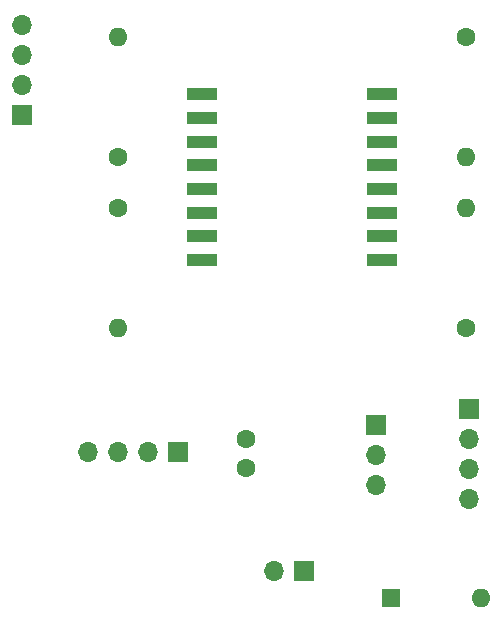
<source format=gbr>
%TF.GenerationSoftware,KiCad,Pcbnew,(5.1.7)-1*%
%TF.CreationDate,2020-11-12T19:53:12+01:00*%
%TF.ProjectId,feinstaub,6665696e-7374-4617-9562-2e6b69636164,rev?*%
%TF.SameCoordinates,Original*%
%TF.FileFunction,Soldermask,Top*%
%TF.FilePolarity,Negative*%
%FSLAX46Y46*%
G04 Gerber Fmt 4.6, Leading zero omitted, Abs format (unit mm)*
G04 Created by KiCad (PCBNEW (5.1.7)-1) date 2020-11-12 19:53:12*
%MOMM*%
%LPD*%
G01*
G04 APERTURE LIST*
%ADD10C,1.600000*%
%ADD11O,1.700000X1.700000*%
%ADD12R,1.700000X1.700000*%
%ADD13R,2.500000X1.000000*%
%ADD14O,1.600000X1.600000*%
%ADD15R,1.600000X1.600000*%
G04 APERTURE END LIST*
D10*
%TO.C,C1*%
X140081000Y-104354000D03*
X140081000Y-101854000D03*
%TD*%
D11*
%TO.C,J2*%
X159004000Y-106934000D03*
X159004000Y-104394000D03*
X159004000Y-101854000D03*
D12*
X159004000Y-99314000D03*
%TD*%
D11*
%TO.C,U2*%
X126736000Y-102950000D03*
X129276000Y-102950000D03*
X131816000Y-102950000D03*
D12*
X134356000Y-102950000D03*
%TD*%
D11*
%TO.C,J1*%
X121158000Y-66802000D03*
X121158000Y-69342000D03*
X121158000Y-71882000D03*
D12*
X121158000Y-74422000D03*
%TD*%
D11*
%TO.C,U3*%
X151130000Y-105791000D03*
X151130000Y-103251000D03*
D12*
X151130000Y-100711000D03*
%TD*%
D13*
%TO.C,U1*%
X151618000Y-72700000D03*
X151618000Y-74700000D03*
X151618000Y-76700000D03*
X151618000Y-78700000D03*
X151618000Y-80700000D03*
X151618000Y-82700000D03*
X151618000Y-84700000D03*
X151618000Y-86700000D03*
X136418000Y-86700000D03*
X136418000Y-84700000D03*
X136418000Y-82700000D03*
X136418000Y-80700000D03*
X136418000Y-78700000D03*
X136418000Y-76700000D03*
X136418000Y-74700000D03*
X136418000Y-72700000D03*
%TD*%
D14*
%TO.C,SW1*%
X160020000Y-115316000D03*
D15*
X152400000Y-115316000D03*
%TD*%
D14*
%TO.C,R4*%
X129286000Y-92456000D03*
D10*
X129286000Y-82296000D03*
%TD*%
D14*
%TO.C,R3*%
X129286000Y-67818000D03*
D10*
X129286000Y-77978000D03*
%TD*%
D14*
%TO.C,R2*%
X158750000Y-82296000D03*
D10*
X158750000Y-92456000D03*
%TD*%
D14*
%TO.C,R1*%
X158750000Y-77978000D03*
D10*
X158750000Y-67818000D03*
%TD*%
D11*
%TO.C,J3*%
X142494000Y-113030000D03*
D12*
X145034000Y-113030000D03*
%TD*%
M02*

</source>
